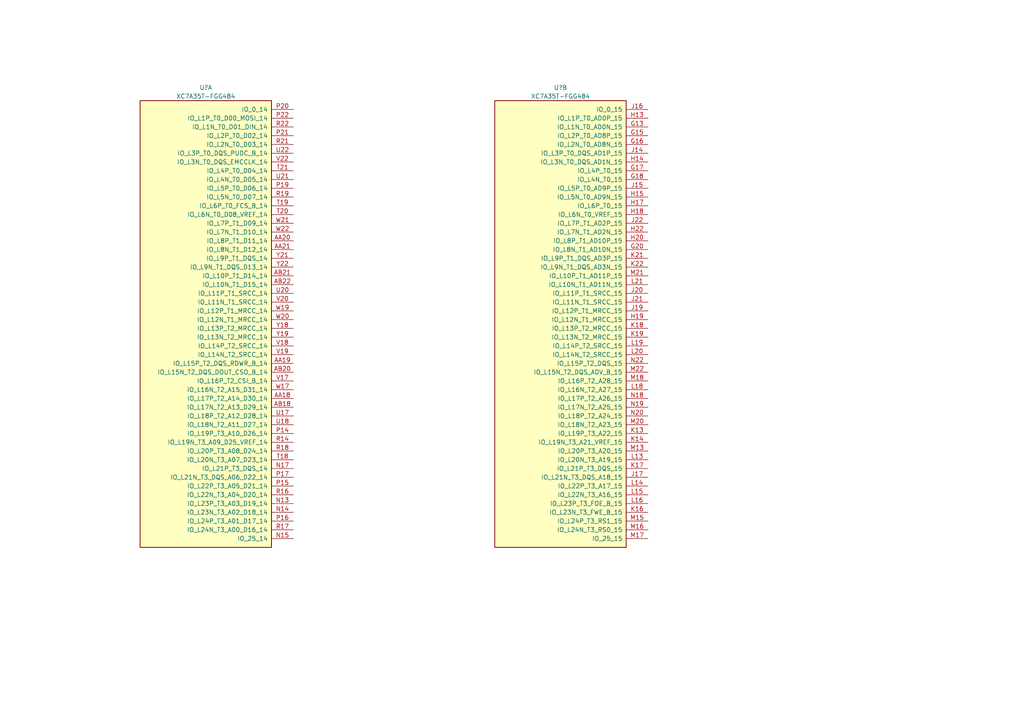
<source format=kicad_sch>
(kicad_sch (version 20250114) (generator "eeschema") (generator_version "9.0")
  (paper "A4")
  (lib_symbols
    (symbol "FPGA_Xilinx_Artix7:XC7A35T-FGG484" (pin_names (offset 1.016))
      (property "Reference" "U" (at -87.63 15.24 0))
      (property "Value" "XC7A35T-FGG484" (at -87.63 12.7 0))
      (symbol "XC7A35T-FGG484_1_1"
        (rectangle (start -19.05 64.77) (end 19.05 -64.77) (stroke (width 0.254)) (fill (type background)))
        (pin bidirectional line (at 25.4 62.23 180) (length 6.35) (name "IO_0_14") (number "P20"))
        (pin bidirectional line (at 25.4 59.69 180) (length 6.35) (name "IO_L1P_T0_D00_MOSI_14") (number "P22"))
        (pin bidirectional line (at 25.4 57.15 180) (length 6.35) (name "IO_L1N_T0_D01_DIN_14") (number "R22"))
        (pin bidirectional line (at 25.4 54.61 180) (length 6.35) (name "IO_L2P_T0_D02_14") (number "P21"))
        (pin bidirectional line (at 25.4 52.07 180) (length 6.35) (name "IO_L2N_T0_D03_14") (number "R21"))
        (pin bidirectional line (at 25.4 49.53 180) (length 6.35) (name "IO_L3P_T0_DQS_PUDC_B_14") (number "U22"))
        (pin bidirectional line (at 25.4 46.99 180) (length 6.35) (name "IO_L3N_T0_DQS_EMCCLK_14") (number "V22"))
        (pin bidirectional line (at 25.4 44.45 180) (length 6.35) (name "IO_L4P_T0_D04_14") (number "T21"))
        (pin bidirectional line (at 25.4 41.91 180) (length 6.35) (name "IO_L4N_T0_D05_14") (number "U21"))
        (pin bidirectional line (at 25.4 39.37 180) (length 6.35) (name "IO_L5P_T0_D06_14") (number "P19"))
        (pin bidirectional line (at 25.4 36.83 180) (length 6.35) (name "IO_L5N_T0_D07_14") (number "R19"))
        (pin bidirectional line (at 25.4 34.29 180) (length 6.35) (name "IO_L6P_T0_FCS_B_14") (number "T19"))
        (pin bidirectional line (at 25.4 31.75 180) (length 6.35) (name "IO_L6N_T0_D08_VREF_14") (number "T20"))
        (pin bidirectional line (at 25.4 29.21 180) (length 6.35) (name "IO_L7P_T1_D09_14") (number "W21"))
        (pin bidirectional line (at 25.4 26.67 180) (length 6.35) (name "IO_L7N_T1_D10_14") (number "W22"))
        (pin bidirectional line (at 25.4 24.13 180) (length 6.35) (name "IO_L8P_T1_D11_14") (number "AA20"))
        (pin bidirectional line (at 25.4 21.59 180) (length 6.35) (name "IO_L8N_T1_D12_14") (number "AA21"))
        (pin bidirectional line (at 25.4 19.05 180) (length 6.35) (name "IO_L9P_T1_DQS_14") (number "Y21"))
        (pin bidirectional line (at 25.4 16.51 180) (length 6.35) (name "IO_L9N_T1_DQS_D13_14") (number "Y22"))
        (pin bidirectional line (at 25.4 13.97 180) (length 6.35) (name "IO_L10P_T1_D14_14") (number "AB21"))
        (pin bidirectional line (at 25.4 11.43 180) (length 6.35) (name "IO_L10N_T1_D15_14") (number "AB22"))
        (pin bidirectional line (at 25.4 8.89 180) (length 6.35) (name "IO_L11P_T1_SRCC_14") (number "U20"))
        (pin bidirectional line (at 25.4 6.35 180) (length 6.35) (name "IO_L11N_T1_SRCC_14") (number "V20"))
        (pin bidirectional line (at 25.4 3.81 180) (length 6.35) (name "IO_L12P_T1_MRCC_14") (number "W19"))
        (pin bidirectional line (at 25.4 1.27 180) (length 6.35) (name "IO_L12N_T1_MRCC_14") (number "W20"))
        (pin bidirectional line (at 25.4 -1.27 180) (length 6.35) (name "IO_L13P_T2_MRCC_14") (number "Y18"))
        (pin bidirectional line (at 25.4 -3.81 180) (length 6.35) (name "IO_L13N_T2_MRCC_14") (number "Y19"))
        (pin bidirectional line (at 25.4 -6.35 180) (length 6.35) (name "IO_L14P_T2_SRCC_14") (number "V18"))
        (pin bidirectional line (at 25.4 -8.89 180) (length 6.35) (name "IO_L14N_T2_SRCC_14") (number "V19"))
        (pin bidirectional line (at 25.4 -11.43 180) (length 6.35) (name "IO_L15P_T2_DQS_RDWR_B_14") (number "AA19"))
        (pin bidirectional line (at 25.4 -13.97 180) (length 6.35) (name "IO_L15N_T2_DQS_DOUT_CSO_B_14") (number "AB20"))
        (pin bidirectional line (at 25.4 -16.51 180) (length 6.35) (name "IO_L16P_T2_CSI_B_14") (number "V17"))
        (pin bidirectional line (at 25.4 -19.05 180) (length 6.35) (name "IO_L16N_T2_A15_D31_14") (number "W17"))
        (pin bidirectional line (at 25.4 -21.59 180) (length 6.35) (name "IO_L17P_T2_A14_D30_14") (number "AA18"))
        (pin bidirectional line (at 25.4 -24.13 180) (length 6.35) (name "IO_L17N_T2_A13_D29_14") (number "AB18"))
        (pin bidirectional line (at 25.4 -26.67 180) (length 6.35) (name "IO_L18P_T2_A12_D28_14") (number "U17"))
        (pin bidirectional line (at 25.4 -29.21 180) (length 6.35) (name "IO_L18N_T2_A11_D27_14") (number "U18"))
        (pin bidirectional line (at 25.4 -31.75 180) (length 6.35) (name "IO_L19P_T3_A10_D26_14") (number "P14"))
        (pin bidirectional line (at 25.4 -34.29 180) (length 6.35) (name "IO_L19N_T3_A09_D25_VREF_14") (number "R14"))
        (pin bidirectional line (at 25.4 -36.83 180) (length 6.35) (name "IO_L20P_T3_A08_D24_14") (number "R18"))
        (pin bidirectional line (at 25.4 -39.37 180) (length 6.35) (name "IO_L20N_T3_A07_D23_14") (number "T18"))
        (pin bidirectional line (at 25.4 -41.91 180) (length 6.35) (name "IO_L21P_T3_DQS_14") (number "N17"))
        (pin bidirectional line (at 25.4 -44.45 180) (length 6.35) (name "IO_L21N_T3_DQS_A06_D22_14") (number "P17"))
        (pin bidirectional line (at 25.4 -46.99 180) (length 6.35) (name "IO_L22P_T3_A05_D21_14") (number "P15"))
        (pin bidirectional line (at 25.4 -49.53 180) (length 6.35) (name "IO_L22N_T3_A04_D20_14") (number "R16"))
        (pin bidirectional line (at 25.4 -52.07 180) (length 6.35) (name "IO_L23P_T3_A03_D19_14") (number "N13"))
        (pin bidirectional line (at 25.4 -54.61 180) (length 6.35) (name "IO_L23N_T3_A02_D18_14") (number "N14"))
        (pin bidirectional line (at 25.4 -57.15 180) (length 6.35) (name "IO_L24P_T3_A01_D17_14") (number "P16"))
        (pin bidirectional line (at 25.4 -59.69 180) (length 6.35) (name "IO_L24N_T3_A00_D16_14") (number "R17"))
        (pin bidirectional line (at 25.4 -62.23 180) (length 6.35) (name "IO_25_14") (number "N15"))
      )
      (symbol "XC7A35T-FGG484_2_1"
        (rectangle (start -19.05 64.77) (end 19.05 -64.77) (stroke (width 0.254)) (fill (type background)))
        (pin bidirectional line (at 25.4 62.23 180) (length 6.35) (name "IO_0_15") (number "J16"))
        (pin bidirectional line (at 25.4 59.69 180) (length 6.35) (name "IO_L1P_T0_AD0P_15") (number "H13"))
        (pin bidirectional line (at 25.4 57.15 180) (length 6.35) (name "IO_L1N_T0_AD0N_15") (number "G13"))
        (pin bidirectional line (at 25.4 54.61 180) (length 6.35) (name "IO_L2P_T0_AD8P_15") (number "G15"))
        (pin bidirectional line (at 25.4 52.07 180) (length 6.35) (name "IO_L2N_T0_AD8N_15") (number "G16"))
        (pin bidirectional line (at 25.4 49.53 180) (length 6.35) (name "IO_L3P_T0_DQS_AD1P_15") (number "J14"))
        (pin bidirectional line (at 25.4 46.99 180) (length 6.35) (name "IO_L3N_T0_DQS_AD1N_15") (number "H14"))
        (pin bidirectional line (at 25.4 44.45 180) (length 6.35) (name "IO_L4P_T0_15") (number "G17"))
        (pin bidirectional line (at 25.4 41.91 180) (length 6.35) (name "IO_L4N_T0_15") (number "G18"))
        (pin bidirectional line (at 25.4 39.37 180) (length 6.35) (name "IO_L5P_T0_AD9P_15") (number "J15"))
        (pin bidirectional line (at 25.4 36.83 180) (length 6.35) (name "IO_L5N_T0_AD9N_15") (number "H15"))
        (pin bidirectional line (at 25.4 34.29 180) (length 6.35) (name "IO_L6P_T0_15") (number "H17"))
        (pin bidirectional line (at 25.4 31.75 180) (length 6.35) (name "IO_L6N_T0_VREF_15") (number "H18"))
        (pin bidirectional line (at 25.4 29.21 180) (length 6.35) (name "IO_L7P_T1_AD2P_15") (number "J22"))
        (pin bidirectional line (at 25.4 26.67 180) (length 6.35) (name "IO_L7N_T1_AD2N_15") (number "H22"))
        (pin bidirectional line (at 25.4 24.13 180) (length 6.35) (name "IO_L8P_T1_AD10P_15") (number "H20"))
        (pin bidirectional line (at 25.4 21.59 180) (length 6.35) (name "IO_L8N_T1_AD10N_15") (number "G20"))
        (pin bidirectional line (at 25.4 19.05 180) (length 6.35) (name "IO_L9P_T1_DQS_AD3P_15") (number "K21"))
        (pin bidirectional line (at 25.4 16.51 180) (length 6.35) (name "IO_L9N_T1_DQS_AD3N_15") (number "K22"))
        (pin bidirectional line (at 25.4 13.97 180) (length 6.35) (name "IO_L10P_T1_AD11P_15") (number "M21"))
        (pin bidirectional line (at 25.4 11.43 180) (length 6.35) (name "IO_L10N_T1_AD11N_15") (number "L21"))
        (pin bidirectional line (at 25.4 8.89 180) (length 6.35) (name "IO_L11P_T1_SRCC_15") (number "J20"))
        (pin bidirectional line (at 25.4 6.35 180) (length 6.35) (name "IO_L11N_T1_SRCC_15") (number "J21"))
        (pin bidirectional line (at 25.4 3.81 180) (length 6.35) (name "IO_L12P_T1_MRCC_15") (number "J19"))
        (pin bidirectional line (at 25.4 1.27 180) (length 6.35) (name "IO_L12N_T1_MRCC_15") (number "H19"))
        (pin bidirectional line (at 25.4 -1.27 180) (length 6.35) (name "IO_L13P_T2_MRCC_15") (number "K18"))
        (pin bidirectional line (at 25.4 -3.81 180) (length 6.35) (name "IO_L13N_T2_MRCC_15") (number "K19"))
        (pin bidirectional line (at 25.4 -6.35 180) (length 6.35) (name "IO_L14P_T2_SRCC_15") (number "L19"))
        (pin bidirectional line (at 25.4 -8.89 180) (length 6.35) (name "IO_L14N_T2_SRCC_15") (number "L20"))
        (pin bidirectional line (at 25.4 -11.43 180) (length 6.35) (name "IO_L15P_T2_DQS_15") (number "N22"))
        (pin bidirectional line (at 25.4 -13.97 180) (length 6.35) (name "IO_L15N_T2_DQS_ADV_B_15") (number "M22"))
        (pin bidirectional line (at 25.4 -16.51 180) (length 6.35) (name "IO_L16P_T2_A28_15") (number "M18"))
        (pin bidirectional line (at 25.4 -19.05 180) (length 6.35) (name "IO_L16N_T2_A27_15") (number "L18"))
        (pin bidirectional line (at 25.4 -21.59 180) (length 6.35) (name "IO_L17P_T2_A26_15") (number "N18"))
        (pin bidirectional line (at 25.4 -24.13 180) (length 6.35) (name "IO_L17N_T2_A25_15") (number "N19"))
        (pin bidirectional line (at 25.4 -26.67 180) (length 6.35) (name "IO_L18P_T2_A24_15") (number "N20"))
        (pin bidirectional line (at 25.4 -29.21 180) (length 6.35) (name "IO_L18N_T2_A23_15") (number "M20"))
        (pin bidirectional line (at 25.4 -31.75 180) (length 6.35) (name "IO_L19P_T3_A22_15") (number "K13"))
        (pin bidirectional line (at 25.4 -34.29 180) (length 6.35) (name "IO_L19N_T3_A21_VREF_15") (number "K14"))
        (pin bidirectional line (at 25.4 -36.83 180) (length 6.35) (name "IO_L20P_T3_A20_15") (number "M13"))
        (pin bidirectional line (at 25.4 -39.37 180) (length 6.35) (name "IO_L20N_T3_A19_15") (number "L13"))
        (pin bidirectional line (at 25.4 -41.91 180) (length 6.35) (name "IO_L21P_T3_DQS_15") (number "K17"))
        (pin bidirectional line (at 25.4 -44.45 180) (length 6.35) (name "IO_L21N_T3_DQS_A18_15") (number "J17"))
        (pin bidirectional line (at 25.4 -46.99 180) (length 6.35) (name "IO_L22P_T3_A17_15") (number "L14"))
        (pin bidirectional line (at 25.4 -49.53 180) (length 6.35) (name "IO_L22N_T3_A16_15") (number "L15"))
        (pin bidirectional line (at 25.4 -52.07 180) (length 6.35) (name "IO_L23P_T3_FOE_B_15") (number "L16"))
        (pin bidirectional line (at 25.4 -54.61 180) (length 6.35) (name "IO_L23N_T3_FWE_B_15") (number "K16"))
        (pin bidirectional line (at 25.4 -57.15 180) (length 6.35) (name "IO_L24P_T3_RS1_15") (number "M15"))
        (pin bidirectional line (at 25.4 -59.69 180) (length 6.35) (name "IO_L24N_T3_RS0_15") (number "M16"))
        (pin bidirectional line (at 25.4 -62.23 180) (length 6.35) (name "IO_25_15") (number "M17"))
      )
      (symbol "XC7A35T-FGG484_3_1"
        (rectangle (start -19.05 64.77) (end 19.05 -64.77) (stroke (width 0.254)) (fill (type background)))
        (pin bidirectional line (at 25.4 62.23 180) (length 6.35) (name "IO_0_16") (number "F15"))
        (pin bidirectional line (at 25.4 59.69 180) (length 6.35) (name "IO_L1P_T0_16") (number "F13"))
        (pin bidirectional line (at 25.4 57.15 180) (length 6.35) (name "IO_L1N_T0_16") (number "F14"))
        (pin bidirectional line (at 25.4 54.61 180) (length 6.35) (name "IO_L2P_T0_16") (number "F16"))
        (pin bidirectional line (at 25.4 52.07 180) (length 6.35) (name "IO_L2N_T0_16") (number "E17"))
        (pin bidirectional line (at 25.4 49.53 180) (length 6.35) (name "IO_L3P_T0_DQS_16") (number "C14"))
        (pin bidirectional line (at 25.4 46.99 180) (length 6.35) (name "IO_L3N_T0_DQS_16") (number "C15"))
        (pin bidirectional line (at 25.4 44.45 180) (length 6.35) (name "IO_L4P_T0_16") (number "E13"))
        (pin bidirectional line (at 25.4 41.91 180) (length 6.35) (name "IO_L4N_T0_16") (number "E14"))
        (pin bidirectional line (at 25.4 39.37 180) (length 6.35) (name "IO_L5P_T0_16") (number "E16"))
        (pin bidirectional line (at 25.4 36.83 180) (length 6.35) (name "IO_L5N_T0_16") (number "D16"))
        (pin bidirectional line (at 25.4 34.29 180) (length 6.35) (name "IO_L6P_T0_16") (number "D14"))
        (pin bidirectional line (at 25.4 31.75 180) (length 6.35) (name "IO_L6N_T0_VREF_16") (number "D15"))
        (pin bidirectional line (at 25.4 29.21 180) (length 6.35) (name "IO_L7P_T1_16") (number "B15"))
        (pin bidirectional line (at 25.4 26.67 180) (length 6.35) (name "IO_L7N_T1_16") (number "B16"))
        (pin bidirectional line (at 25.4 24.13 180) (length 6.35) (name "IO_L8P_T1_16") (number "C13"))
        (pin bidirectional line (at 25.4 21.59 180) (length 6.35) (name "IO_L8N_T1_16") (number "B13"))
        (pin bidirectional line (at 25.4 19.05 180) (length 6.35) (name "IO_L9P_T1_DQS_16") (number "A15"))
        (pin bidirectional line (at 25.4 16.51 180) (length 6.35) (name "IO_L9N_T1_DQS_16") (number "A16"))
        (pin bidirectional line (at 25.4 13.97 180) (length 6.35) (name "IO_L10P_T1_16") (number "A13"))
        (pin bidirectional line (at 25.4 11.43 180) (length 6.35) (name "IO_L10N_T1_16") (number "A14"))
        (pin bidirectional line (at 25.4 8.89 180) (length 6.35) (name "IO_L11P_T1_SRCC_16") (number "B17"))
        (pin bidirectional line (at 25.4 6.35 180) (length 6.35) (name "IO_L11N_T1_SRCC_16") (number "B18"))
        (pin bidirectional line (at 25.4 3.81 180) (length 6.35) (name "IO_L12P_T1_MRCC_16") (number "D17"))
        (pin bidirectional line (at 25.4 1.27 180) (length 6.35) (name "IO_L12N_T1_MRCC_16") (number "C17"))
        (pin bidirectional line (at 25.4 -1.27 180) (length 6.35) (name "IO_L13P_T2_MRCC_16") (number "C18"))
        (pin bidirectional line (at 25.4 -3.81 180) (length 6.35) (name "IO_L13N_T2_MRCC_16") (number "C19"))
        (pin bidirectional line (at 25.4 -6.35 180) (length 6.35) (name "IO_L14P_T2_SRCC_16") (number "E19"))
        (pin bidirectional line (at 25.4 -8.89 180) (length 6.35) (name "IO_L14N_T2_SRCC_16") (number "D19"))
        (pin bidirectional line (at 25.4 -11.43 180) (length 6.35) (name "IO_L15P_T2_DQS_16") (number "F18"))
        (pin bidirectional line (at 25.4 -13.97 180) (length 6.35) (name "IO_L15N_T2_DQS_16") (number "E18"))
        (pin bidirectional line (at 25.4 -16.51 180) (length 6.35) (name "IO_L16P_T2_16") (number "B20"))
        (pin bidirectional line (at 25.4 -19.05 180) (length 6.35) (name "IO_L16N_T2_16") (number "A20"))
        (pin bidirectional line (at 25.4 -21.59 180) (length 6.35) (name "IO_L17P_T2_16") (number "A18"))
        (pin bidirectional line (at 25.4 -24.13 180) (length 6.35) (name "IO_L17N_T2_16") (number "A19"))
        (pin bidirectional line (at 25.4 -26.67 180) (length 6.35) (name "IO_L18P_T2_16") (number "F19"))
        (pin bidirectional line (at 25.4 -29.21 180) (length 6.35) (name "IO_L18N_T2_16") (number "F20"))
        (pin bidirectional line (at 25.4 -31.75 180) (length 6.35) (name "IO_L19P_T3_16") (number "D20"))
        (pin bidirectional line (at 25.4 -34.29 180) (length 6.35) (name "IO_L19N_T3_VREF_16") (number "C20"))
        (pin bidirectional line (at 25.4 -36.83 180) (length 6.35) (name "IO_L20P_T3_16") (number "C22"))
        (pin bidirectional line (at 25.4 -39.37 180) (length 6.35) (name "IO_L20N_T3_16") (number "B22"))
        (pin bidirectional line (at 25.4 -41.91 180) (length 6.35) (name "IO_L21P_T3_DQS_16") (number "B21"))
        (pin bidirectional line (at 25.4 -44.45 180) (length 6.35) (name "IO_L21N_T3_DQS_16") (number "A21"))
        (pin bidirectional line (at 25.4 -46.99 180) (length 6.35) (name "IO_L22P_T3_16") (number "E22"))
        (pin bidirectional line (at 25.4 -49.53 180) (length 6.35) (name "IO_L22N_T3_16") (number "D22"))
        (pin bidirectional line (at 25.4 -52.07 180) (length 6.35) (name "IO_L23P_T3_16") (number "E21"))
        (pin bidirectional line (at 25.4 -54.61 180) (length 6.35) (name "IO_L23N_T3_16") (number "D21"))
        (pin bidirectional line (at 25.4 -57.15 180) (length 6.35) (name "IO_L24P_T3_16") (number "G21"))
        (pin bidirectional line (at 25.4 -59.69 180) (length 6.35) (name "IO_L24N_T3_16") (number "G22"))
        (pin bidirectional line (at 25.4 -62.23 180) (length 6.35) (name "IO_25_16") (number "F21"))
      )
      (symbol "XC7A35T-FGG484_4_1"
        (rectangle (start -19.05 64.77) (end 19.05 -64.77) (stroke (width 0.254)) (fill (type background)))
        (pin bidirectional line (at 25.4 62.23 180) (length 6.35) (name "IO_0_34") (number "T3"))
        (pin bidirectional line (at 25.4 59.69 180) (length 6.35) (name "IO_L1P_T0_34") (number "T1"))
        (pin bidirectional line (at 25.4 57.15 180) (length 6.35) (name "IO_L1N_T0_34") (number "U1"))
        (pin bidirectional line (at 25.4 54.61 180) (length 6.35) (name "IO_L2P_T0_34") (number "U2"))
        (pin bidirectional line (at 25.4 52.07 180) (length 6.35) (name "IO_L2N_T0_34") (number "V2"))
        (pin bidirectional line (at 25.4 49.53 180) (length 6.35) (name "IO_L3P_T0_DQS_34") (number "R3"))
        (pin bidirectional line (at 25.4 46.99 180) (length 6.35) (name "IO_L3N_T0_DQS_34") (number "R2"))
        (pin bidirectional line (at 25.4 44.45 180) (length 6.35) (name "IO_L4P_T0_34") (number "W2"))
        (pin bidirectional line (at 25.4 41.91 180) (length 6.35) (name "IO_L4N_T0_34") (number "Y2"))
        (pin bidirectional line (at 25.4 39.37 180) (length 6.35) (name "IO_L5P_T0_34") (number "W1"))
        (pin bidirectional line (at 25.4 36.83 180) (length 6.35) (name "IO_L5N_T0_34") (number "Y1"))
        (pin bidirectional line (at 25.4 34.29 180) (length 6.35) (name "IO_L6P_T0_34") (number "U3"))
        (pin bidirectional line (at 25.4 31.75 180) (length 6.35) (name "IO_L6N_T0_VREF_34") (number "V3"))
        (pin bidirectional line (at 25.4 29.21 180) (length 6.35) (name "IO_L7P_T1_34") (number "AA1"))
        (pin bidirectional line (at 25.4 26.67 180) (length 6.35) (name "IO_L7N_T1_34") (number "AB1"))
        (pin bidirectional line (at 25.4 24.13 180) (length 6.35) (name "IO_L8P_T1_34") (number "AB3"))
        (pin bidirectional line (at 25.4 21.59 180) (length 6.35) (name "IO_L8N_T1_34") (number "AB2"))
        (pin bidirectional line (at 25.4 19.05 180) (length 6.35) (name "IO_L9P_T1_DQS_34") (number "Y3"))
        (pin bidirectional line (at 25.4 16.51 180) (length 6.35) (name "IO_L9N_T1_DQS_34") (number "AA3"))
        (pin bidirectional line (at 25.4 13.97 180) (length 6.35) (name "IO_L10P_T1_34") (number "AA5"))
        (pin bidirectional line (at 25.4 11.43 180) (length 6.35) (name "IO_L10N_T1_34") (number "AB5"))
        (pin bidirectional line (at 25.4 8.89 180) (length 6.35) (name "IO_L11P_T1_SRCC_34") (number "Y4"))
        (pin bidirectional line (at 25.4 6.35 180) (length 6.35) (name "IO_L11N_T1_SRCC_34") (number "AA4"))
        (pin bidirectional line (at 25.4 3.81 180) (length 6.35) (name "IO_L12P_T1_MRCC_34") (number "V4"))
        (pin bidirectional line (at 25.4 1.27 180) (length 6.35) (name "IO_L12N_T1_MRCC_34") (number "W4"))
        (pin bidirectional line (at 25.4 -1.27 180) (length 6.35) (name "IO_L13P_T2_MRCC_34") (number "R4"))
        (pin bidirectional line (at 25.4 -3.81 180) (length 6.35) (name "IO_L13N_T2_MRCC_34") (number "T4"))
        (pin bidirectional line (at 25.4 -6.35 180) (length 6.35) (name "IO_L14P_T2_SRCC_34") (number "T5"))
        (pin bidirectional line (at 25.4 -8.89 180) (length 6.35) (name "IO_L14N_T2_SRCC_34") (number "U5"))
        (pin bidirectional line (at 25.4 -11.43 180) (length 6.35) (name "IO_L15P_T2_DQS_34") (number "W6"))
        (pin bidirectional line (at 25.4 -13.97 180) (length 6.35) (name "IO_L15N_T2_DQS_34") (number "W5"))
        (pin bidirectional line (at 25.4 -16.51 180) (length 6.35) (name "IO_L16P_T2_34") (number "U6"))
        (pin bidirectional line (at 25.4 -19.05 180) (length 6.35) (name "IO_L16N_T2_34") (number "V5"))
        (pin bidirectional line (at 25.4 -21.59 180) (length 6.35) (name "IO_L17P_T2_34") (number "R6"))
        (pin bidirectional line (at 25.4 -24.13 180) (length 6.35) (name "IO_L17N_T2_34") (number "T6"))
        (pin bidirectional line (at 25.4 -26.67 180) (length 6.35) (name "IO_L18P_T2_34") (number "Y6"))
        (pin bidirectional line (at 25.4 -29.21 180) (length 6.35) (name "IO_L18N_T2_34") (number "AA6"))
        (pin bidirectional line (at 25.4 -31.75 180) (length 6.35) (name "IO_L19P_T3_34") (number "V7"))
        (pin bidirectional line (at 25.4 -34.29 180) (length 6.35) (name "IO_L19N_T3_VREF_34") (number "W7"))
        (pin bidirectional line (at 25.4 -36.83 180) (length 6.35) (name "IO_L20P_T3_34") (number "AB7"))
        (pin bidirectional line (at 25.4 -39.37 180) (length 6.35) (name "IO_L20N_T3_34") (number "AB6"))
        (pin bidirectional line (at 25.4 -41.91 180) (length 6.35) (name "IO_L21P_T3_DQS_34") (number "V9"))
        (pin bidirectional line (at 25.4 -44.45 180) (length 6.35) (name "IO_L21N_T3_DQS_34") (number "V8"))
        (pin bidirectional line (at 25.4 -46.99 180) (length 6.35) (name "IO_L22P_T3_34") (number "AA8"))
        (pin bidirectional line (at 25.4 -49.53 180) (length 6.35) (name "IO_L22N_T3_34") (number "AB8"))
        (pin bidirectional line (at 25.4 -52.07 180) (length 6.35) (name "IO_L23P_T3_34") (number "Y8"))
        (pin bidirectional line (at 25.4 -54.61 180) (length 6.35) (name "IO_L23N_T3_34") (number "Y7"))
        (pin bidirectional line (at 25.4 -57.15 180) (length 6.35) (name "IO_L24P_T3_34") (number "W9"))
        (pin bidirectional line (at 25.4 -59.69 180) (length 6.35) (name "IO_L24N_T3_34") (number "Y9"))
        (pin bidirectional line (at 25.4 -62.23 180) (length 6.35) (name "IO_25_34") (number "U7"))
      )
      (symbol "XC7A35T-FGG484_5_1"
        (rectangle (start -19.05 64.77) (end 19.05 -64.77) (stroke (width 0.254)) (fill (type background)))
        (pin bidirectional line (at 25.4 62.23 180) (length 6.35) (name "IO_0_35") (number "F4"))
        (pin bidirectional line (at 25.4 59.69 180) (length 6.35) (name "IO_L1P_T0_AD4P_35") (number "B1"))
        (pin bidirectional line (at 25.4 57.15 180) (length 6.35) (name "IO_L1N_T0_AD4N_35") (number "A1"))
        (pin bidirectional line (at 25.4 54.61 180) (length 6.35) (name "IO_L2P_T0_AD12P_35") (number "C2"))
        (pin bidirectional line (at 25.4 52.07 180) (length 6.35) (name "IO_L2N_T0_AD12N_35") (number "B2"))
        (pin bidirectional line (at 25.4 49.53 180) (length 6.35) (name "IO_L3P_T0_DQS_AD5P_35") (number "E1"))
        (pin bidirectional line (at 25.4 46.99 180) (length 6.35) (name "IO_L3N_T0_DQS_AD5N_35") (number "D1"))
        (pin bidirectional line (at 25.4 44.45 180) (length 6.35) (name "IO_L4P_T0_35") (number "E2"))
        (pin bidirectional line (at 25.4 41.91 180) (length 6.35) (name "IO_L4N_T0_35") (number "D2"))
        (pin bidirectional line (at 25.4 39.37 180) (length 6.35) (name "IO_L5P_T0_AD13P_35") (number "G1"))
        (pin bidirectional line (at 25.4 36.83 180) (length 6.35) (name "IO_L5N_T0_AD13N_35") (number "F1"))
        (pin bidirectional line (at 25.4 34.29 180) (length 6.35) (name "IO_L6P_T0_35") (number "F3"))
        (pin bidirectional line (at 25.4 31.75 180) (length 6.35) (name "IO_L6N_T0_VREF_35") (number "E3"))
        (pin bidirectional line (at 25.4 29.21 180) (length 6.35) (name "IO_L7P_T1_AD6P_35") (number "K1"))
        (pin bidirectional line (at 25.4 26.67 180) (length 6.35) (name "IO_L7N_T1_AD6N_35") (number "J1"))
        (pin bidirectional line (at 25.4 24.13 180) (length 6.35) (name "IO_L8P_T1_AD14P_35") (number "H2"))
        (pin bidirectional line (at 25.4 21.59 180) (length 6.35) (name "IO_L8N_T1_AD14N_35") (number "G2"))
        (pin bidirectional line (at 25.4 19.05 180) (length 6.35) (name "IO_L9P_T1_DQS_AD7P_35") (number "K2"))
        (pin bidirectional line (at 25.4 16.51 180) (length 6.35) (name "IO_L9N_T1_DQS_AD7N_35") (number "J2"))
        (pin bidirectional line (at 25.4 13.97 180) (length 6.35) (name "IO_L10P_T1_AD15P_35") (number "J5"))
        (pin bidirectional line (at 25.4 11.43 180) (length 6.35) (name "IO_L10N_T1_AD15N_35") (number "H5"))
        (pin bidirectional line (at 25.4 8.89 180) (length 6.35) (name "IO_L11P_T1_SRCC_35") (number "H3"))
        (pin bidirectional line (at 25.4 6.35 180) (length 6.35) (name "IO_L11N_T1_SRCC_35") (number "G3"))
        (pin bidirectional line (at 25.4 3.81 180) (length 6.35) (name "IO_L12P_T1_MRCC_35") (number "H4"))
        (pin bidirectional line (at 25.4 1.27 180) (length 6.35) (name "IO_L12N_T1_MRCC_35") (number "G4"))
        (pin bidirectional line (at 25.4 -1.27 180) (length 6.35) (name "IO_L13P_T2_MRCC_35") (number "K4"))
        (pin bidirectional line (at 25.4 -3.81 180) (length 6.35) (name "IO_L13N_T2_MRCC_35") (number "J4"))
        (pin bidirectional line (at 25.4 -6.35 180) (length 6.35) (name "IO_L14P_T2_SRCC_35") (number "L3"))
        (pin bidirectional line (at 25.4 -8.89 180) (length 6.35) (name "IO_L14N_T2_SRCC_35") (number "K3"))
        (pin bidirectional line (at 25.4 -11.43 180) (length 6.35) (name "IO_L15P_T2_DQS_35") (number "M1"))
        (pin bidirectional line (at 25.4 -13.97 180) (length 6.35) (name "IO_L15N_T2_DQS_35") (number "L1"))
        (pin bidirectional line (at 25.4 -16.51 180) (length 6.35) (name "IO_L16P_T2_35") (number "M3"))
        (pin bidirectional line (at 25.4 -19.05 180) (length 6.35) (name "IO_L16N_T2_35") (number "M2"))
        (pin bidirectional line (at 25.4 -21.59 180) (length 6.35) (name "IO_L17P_T2_35") (number "K6"))
        (pin bidirectional line (at 25.4 -24.13 180) (length 6.35) (name "IO_L17N_T2_35") (number "J6"))
        (pin bidirectional line (at 25.4 -26.67 180) (length 6.35) (name "IO_L18P_T2_35") (number "L5"))
        (pin bidirectional line (at 25.4 -29.21 180) (length 6.35) (name "IO_L18N_T2_35") (number "L4"))
        (pin bidirectional line (at 25.4 -31.75 180) (length 6.35) (name "IO_L19P_T3_35") (number "N4"))
        (pin bidirectional line (at 25.4 -34.29 180) (length 6.35) (name "IO_L19N_T3_VREF_35") (number "N3"))
        (pin bidirectional line (at 25.4 -36.83 180) (length 6.35) (name "IO_L20P_T3_35") (number "R1"))
        (pin bidirectional line (at 25.4 -39.37 180) (length 6.35) (name "IO_L20N_T3_35") (number "P1"))
        (pin bidirectional line (at 25.4 -41.91 180) (length 6.35) (name "IO_L21P_T3_DQS_35") (number "P5"))
        (pin bidirectional line (at 25.4 -44.45 180) (length 6.35) (name "IO_L21N_T3_DQS_35") (number "P4"))
        (pin bidirectional line (at 25.4 -46.99 180) (length 6.35) (name "IO_L22P_T3_35") (number "P2"))
        (pin bidirectional line (at 25.4 -49.53 180) (length 6.35) (name "IO_L22N_T3_35") (number "N2"))
        (pin bidirectional line (at 25.4 -52.07 180) (length 6.35) (name "IO_L23P_T3_35") (number "M6"))
        (pin bidirectional line (at 25.4 -54.61 180) (length 6.35) (name "IO_L23N_T3_35") (number "M5"))
        (pin bidirectional line (at 25.4 -57.15 180) (length 6.35) (name "IO_L24P_T3_35") (number "P6"))
        (pin bidirectional line (at 25.4 -59.69 180) (length 6.35) (name "IO_L24N_T3_35") (number "N5"))
        (pin bidirectional line (at 25.4 -62.23 180) (length 6.35) (name "IO_25_35") (number "L6"))
      )
      (symbol "XC7A35T-FGG484_6_1"
        (rectangle (start -12.7 29.21) (end 12.7 -29.21) (stroke (width 0.254)) (fill (type background)))
        (pin bidirectional line (at 19.05 26.67 180) (length 6.35) (name "MGTPTXP0_216") (number "B4"))
        (pin bidirectional line (at 19.05 24.13 180) (length 6.35) (name "MGTPTXN0_216") (number "A4"))
        (pin bidirectional line (at 19.05 21.59 180) (length 6.35) (name "MGTPTXP1_216") (number "D5"))
        (pin bidirectional line (at 19.05 19.05 180) (length 6.35) (name "MGTPTXN1_216") (number "C5"))
        (pin bidirectional line (at 19.05 16.51 180) (length 6.35) (name "MGTPTXP2_216") (number "B6"))
        (pin bidirectional line (at 19.05 13.97 180) (length 6.35) (name "MGTPTXN2_216") (number "A6"))
        (pin bidirectional line (at 19.05 11.43 180) (length 6.35) (name "MGTPTXP3_216") (number "D7"))
        (pin bidirectional line (at 19.05 8.89 180) (length 6.35) (name "MGTPTXN3_216") (number "C7"))
        (pin bidirectional line (at 19.05 3.81 180) (length 6.35) (name "MGTPRXP0_216") (number "B8"))
        (pin bidirectional line (at 19.05 1.27 180) (length 6.35) (name "MGTPRXN0_216") (number "A8"))
        (pin bidirectional line (at 19.05 -1.27 180) (length 6.35) (name "MGTPRXP1_216") (number "D11"))
        (pin bidirectional line (at 19.05 -3.81 180) (length 6.35) (name "MGTPRXN1_216") (number "C11"))
        (pin bidirectional line (at 19.05 -6.35 180) (length 6.35) (name "MGTPRXP2_216") (number "B10"))
        (pin bidirectional line (at 19.05 -8.89 180) (length 6.35) (name "MGTPRXN2_216") (number "A10"))
        (pin bidirectional line (at 19.05 -11.43 180) (length 6.35) (name "MGTPRXP3_216") (number "D9"))
        (pin bidirectional line (at 19.05 -13.97 180) (length 6.35) (name "MGTPRXN3_216") (number "C9"))
        (pin bidirectional line (at 19.05 -19.05 180) (length 6.35) (name "MGTREFCLK0P_216") (number "F6"))
        (pin bidirectional line (at 19.05 -21.59 180) (length 6.35) (name "MGTREFCLK0N_216") (number "E6"))
        (pin bidirectional line (at 19.05 -24.13 180) (length 6.35) (name "MGTREFCLK1P_216") (number "F10"))
        (pin bidirectional line (at 19.05 -26.67 180) (length 6.35) (name "MGTREFCLK1N_216") (number "E10"))
      )
      (symbol "XC7A35T-FGG484_7_1"
        (rectangle (start -13.97 11.43) (end 13.97 -11.43) (stroke (width 0.254)) (fill (type background)))
        (pin power_in line (at -20.32 8.89 0) (length 6.35) (name "MGTAVCC") (number "D6"))
        (pin power_in line (at -20.32 6.35 0) (length 6.35) (name "MGTAVCC") (number "D10"))
        (pin power_in line (at -20.32 3.81 0) (length 6.35) (name "MGTAVCC") (number "F7"))
        (pin power_in line (at -20.32 1.27 0) (length 6.35) (name "MGTAVCC") (number "F9"))
        (pin power_in line (at -20.32 -1.27 0) (length 6.35) (name "MGTAVCC") (number "E8"))
        (pin power_in line (at 20.32 8.89 180) (length 6.35) (name "MGTAVTT") (number "B5"))
        (pin power_in line (at 20.32 6.35 180) (length 6.35) (name "MGTAVTT") (number "B7"))
        (pin power_in line (at 20.32 3.81 180) (length 6.35) (name "MGTAVTT") (number "B9"))
        (pin power_in line (at 20.32 1.27 180) (length 6.35) (name "MGTAVTT") (number "B11"))
        (pin power_in line (at 20.32 -1.27 180) (length 6.35) (name "MGTAVTT") (number "C4"))
        (pin power_in line (at 20.32 -3.81 180) (length 6.35) (name "MGTAVTT") (number "C8"))
        (pin power_in line (at 20.32 -8.89 180) (length 6.35) (name "MGTRREF_216") (number "F8"))
      )
      (symbol "XC7A35T-FGG484_8_1"
        (rectangle (start -10.16 31.75) (end 10.16 -31.75) (stroke (width 0.254)) (fill (type background)))
        (pin bidirectional line (at 16.51 29.21 180) (length 6.35) (name "TDI_0") (number "R13"))
        (pin bidirectional line (at 16.51 26.67 180) (length 6.35) (name "TDO_0") (number "U13"))
        (pin bidirectional line (at 16.51 24.13 180) (length 6.35) (name "TMS_0") (number "T13"))
        (pin bidirectional line (at 16.51 21.59 180) (length 6.35) (name "TCK_0") (number "V12"))
        (pin bidirectional line (at 16.51 16.51 180) (length 6.35) (name "CCLK_0") (number "L12"))
        (pin bidirectional line (at 16.51 13.97 180) (length 6.35) (name "M0_0") (number "U11"))
        (pin bidirectional line (at 16.51 11.43 180) (length 6.35) (name "M1_0") (number "U10"))
        (pin bidirectional line (at 16.51 8.89 180) (length 6.35) (name "M2_0") (number "U9"))
        (pin bidirectional line (at 16.51 3.81 180) (length 6.35) (name "DONE_0") (number "G11"))
        (pin bidirectional line (at 16.51 1.27 180) (length 6.35) (name "INIT_B_0") (number "U12"))
        (pin bidirectional line (at 16.51 -1.27 180) (length 6.35) (name "PROGRAM_B_0") (number "N12"))
        (pin bidirectional line (at 16.51 -6.35 180) (length 6.35) (name "CFGBVS_0") (number "U8"))
        (pin bidirectional line (at 16.51 -11.43 180) (length 6.35) (name "VP_0") (number "L10"))
        (pin bidirectional line (at 16.51 -13.97 180) (length 6.35) (name "VN_0") (number "M9"))
        (pin bidirectional line (at 16.51 -19.05 180) (length 6.35) (name "VREFP_0") (number "M10"))
        (pin bidirectional line (at 16.51 -21.59 180) (length 6.35) (name "VREFN_0") (number "L9"))
        (pin bidirectional line (at 16.51 -26.67 180) (length 6.35) (name "DXP_0") (number "N10"))
        (pin bidirectional line (at 16.51 -29.21 180) (length 6.35) (name "DXN_0") (number "N9"))
      )
      (symbol "XC7A35T-FGG484_9_1"
        (rectangle (start -19.05 76.2) (end 19.05 -76.2) (stroke (width 0.254)) (fill (type background)))
        (pin power_in line (at -25.4 73.66 0) (length 6.35) (name "VCCAUX") (number "H12"))
        (pin power_in line (at -25.4 71.12 0) (length 6.35) (name "VCCAUX") (number "K12"))
        (pin power_in line (at -25.4 68.58 0) (length 6.35) (name "VCCAUX") (number "M12"))
        (pin power_in line (at -25.4 66.04 0) (length 6.35) (name "VCCAUX") (number "P12"))
        (pin power_in line (at -25.4 63.5 0) (length 6.35) (name "VCCAUX") (number "R11"))
        (pin power_in line (at -25.4 58.42 0) (length 6.35) (name "GNDADC_0") (number "K9"))
        (pin power_in line (at -25.4 55.88 0) (length 6.35) (name "VCCADC_0") (number "K10"))
        (pin power_in line (at -25.4 53.34 0) (length 6.35) (name "VCCBATT_0") (number "E12"))
        (pin power_in line (at -25.4 50.8 0) (length 6.35) (name "VCCBRAM") (number "J11"))
        (pin power_in line (at -25.4 48.26 0) (length 6.35) (name "VCCBRAM") (number "L11"))
        (pin power_in line (at -25.4 45.72 0) (length 6.35) (name "VCCBRAM") (number "N11"))
        (pin power_in line (at -25.4 35.56 0) (length 6.35) (name "GND") (number "A2"))
        (pin power_in line (at -25.4 33.02 0) (length 6.35) (name "GND") (number "A3"))
        (pin power_in line (at -25.4 30.48 0) (length 6.35) (name "GND") (number "A5"))
        (pin power_in line (at -25.4 27.94 0) (length 6.35) (name "GND") (number "A7"))
        (pin power_in line (at -25.4 25.4 0) (length 6.35) (name "GND") (number "A9"))
        (pin power_in line (at -25.4 22.86 0) (length 6.35) (name "GND") (number "A11"))
        (pin power_in line (at -25.4 20.32 0) (length 6.35) (name "GND") (number "A12"))
        (pin power_in line (at -25.4 17.78 0) (length 6.35) (name "GND") (number "A22"))
        (pin power_in line (at -25.4 15.24 0) (length 6.35) (name "GND") (number "B3"))
        (pin power_in line (at -25.4 12.7 0) (length 6.35) (name "GND") (number "B12"))
        (pin power_in line (at -25.4 10.16 0) (length 6.35) (name "GND") (number "B19"))
        (pin power_in line (at -25.4 7.62 0) (length 6.35) (name "GND") (number "C3"))
        (pin power_in line (at -25.4 5.08 0) (length 6.35) (name "GND") (number "C6"))
        (pin power_in line (at -25.4 2.54 0) (length 6.35) (name "GND") (number "C10"))
        (pin power_in line (at -25.4 0 0) (length 6.35) (name "GND") (number "C12"))
        (pin power_in line (at -25.4 -2.54 0) (length 6.35) (name "GND") (number "C16"))
        (pin power_in line (at -25.4 -5.08 0) (length 6.35) (name "GND") (number "D3"))
        (pin power_in line (at -25.4 -7.62 0) (length 6.35) (name "GND") (number "D4"))
        (pin power_in line (at -25.4 -10.16 0) (length 6.35) (name "GND") (number "D8"))
        (pin power_in line (at -25.4 -12.7 0) (length 6.35) (name "GND") (number "D12"))
        (pin power_in line (at -25.4 -15.24 0) (length 6.35) (name "GND") (number "D13"))
        (pin power_in line (at -25.4 -17.78 0) (length 6.35) (name "GND") (number "E4"))
        (pin power_in line (at -25.4 -20.32 0) (length 6.35) (name "GND") (number "E5"))
        (pin power_in line (at -25.4 -22.86 0) (length 6.35) (name "GND") (number "E7"))
        (pin power_in line (at -25.4 -25.4 0) (length 6.35) (name "GND") (number "E9"))
        (pin power_in line (at -25.4 -27.94 0) (length 6.35) (name "GND") (number "E11"))
        (pin power_in line (at -25.4 -30.48 0) (length 6.35) (name "GND") (number "E20"))
        (pin power_in line (at -25.4 -33.02 0) (length 6.35) (name "GND") (number "F5"))
        (pin power_in line (at -25.4 -35.56 0) (length 6.35) (name "GND") (number "F11"))
        (pin power_in line (at -25.4 -38.1 0) (length 6.35) (name "GND") (number "F17"))
        (pin power_in line (at -25.4 -40.64 0) (length 6.35) (name "GND") (number "G5"))
        (pin power_in line (at -25.4 -43.18 0) (length 6.35) (name "GND") (number "G6"))
        (pin power_in line (at -25.4 -45.72 0) (length 6.35) (name "GND") (number "G7"))
        (pin power_in line (at -25.4 -48.26 0) (length 6.35) (name "GND") (number "G8"))
        (pin power_in line (at -25.4 -50.8 0) (length 6.35) (name "GND") (number "G9"))
        (pin power_in line (at -25.4 -53.34 0) (length 6.35) (name "GND") (number "G10"))
        (pin power_in line (at -25.4 -55.88 0) (length 6.35) (name "GND") (number "G12"))
        (pin power_in line (at -25.4 -58.42 0) (length 6.35) (name "GND") (number "G14"))
        (pin power_in line (at -25.4 -60.96 0) (length 6.35) (name "GND") (number "H1"))
        (pin power_in line (at -25.4 -63.5 0) (length 6.35) (name "GND") (number "H7"))
        (pin power_in line (at -25.4 -66.04 0) (length 6.35) (name "GND") (number "H9"))
        (pin power_in line (at -25.4 -68.58 0) (length 6.35) (name "GND") (number "H11"))
        (pin power_in line (at -25.4 -71.12 0) (length 6.35) (name "GND") (number "H21"))
        (pin power_in line (at -25.4 -73.66 0) (length 6.35) (name "GND") (number "J8"))
        (pin power_in line (at 25.4 73.66 180) (length 6.35) (name "VCCINT") (number "H8"))
        (pin power_in line (at 25.4 71.12 180) (length 6.35) (name "VCCINT") (number "H10"))
        (pin power_in line (at 25.4 68.58 180) (length 6.35) (name "VCCINT") (number "J7"))
        (pin power_in line (at 25.4 66.04 180) (length 6.35) (name "VCCINT") (number "J9"))
        (pin power_in line (at 25.4 63.5 180) (length 6.35) (name "VCCINT") (number "K8"))
        (pin power_in line (at 25.4 60.96 180) (length 6.35) (name "VCCINT") (number "L7"))
        (pin power_in line (at 25.4 58.42 180) (length 6.35) (name "VCCINT") (number "M8"))
        (pin power_in line (at 25.4 55.88 180) (length 6.35) (name "VCCINT") (number "N7"))
        (pin power_in line (at 25.4 53.34 180) (length 6.35) (name "VCCINT") (number "P8"))
        (pin power_in line (at 25.4 50.8 180) (length 6.35) (name "VCCINT") (number "P10"))
        (pin power_in line (at 25.4 48.26 180) (length 6.35) (name "VCCINT") (number "R7"))
        (pin power_in line (at 25.4 45.72 180) (length 6.35) (name "VCCINT") (number "R9"))
        (pin power_in line (at 25.4 43.18 180) (length 6.35) (name "VCCINT") (number "T8"))
        (pin power_in line (at 25.4 40.64 180) (length 6.35) (name "VCCINT") (number "T10"))
        (pin power_in line (at 25.4 33.02 180) (length 6.35) (name "GND") (number "J10"))
        (pin power_in line (at 25.4 30.48 180) (length 6.35) (name "GND") (number "J12"))
        (pin power_in line (at 25.4 27.94 180) (length 6.35) (name "GND") (number "J18"))
        (pin power_in line (at 25.4 25.4 180) (length 6.35) (name "GND") (number "K5"))
        (pin power_in line (at 25.4 22.86 180) (length 6.35) (name "GND") (number "K7"))
        (pin power_in line (at 25.4 20.32 180) (length 6.35) (name "GND") (number "K11"))
        (pin power_in line (at 25.4 17.78 180) (length 6.35) (name "GND") (number "K15"))
        (pin power_in line (at 25.4 15.24 180) (length 6.35) (name "GND") (number "L2"))
        (pin power_in line (at 25.4 12.7 180) (length 6.35) (name "GND") (number "L8"))
        (pin power_in line (at 25.4 10.16 180) (length 6.35) (name "GND") (number "L22"))
        (pin power_in line (at 25.4 7.62 180) (length 6.35) (name "GND") (number "M7"))
        (pin power_in line (at 25.4 5.08 180) (length 6.35) (name "GND") (number "M11"))
        (pin power_in line (at 25.4 2.54 180) (length 6.35) (name "GND") (number "M19"))
        (pin power_in line (at 25.4 0 180) (length 6.35) (name "GND") (number "N6"))
        (pin power_in line (at 25.4 -2.54 180) (length 6.35) (name "GND") (number "N8"))
        (pin power_in line (at 25.4 -5.08 180) (length 6.35) (name "GND") (number "N16"))
        (pin power_in line (at 25.4 -7.62 180) (length 6.35) (name "GND") (number "P3"))
        (pin power_in line (at 25.4 -10.16 180) (length 6.35) (name "GND") (number "P7"))
        (pin power_in line (at 25.4 -12.7 180) (length 6.35) (name "GND") (number "P9"))
        (pin power_in line (at 25.4 -15.24 180) (length 6.35) (name "GND") (number "P11"))
        (pin power_in line (at 25.4 -17.78 180) (length 6.35) (name "GND") (number "P13"))
        (pin power_in line (at 25.4 -20.32 180) (length 6.35) (name "GND") (number "R8"))
        (pin power_in line (at 25.4 -22.86 180) (length 6.35) (name "GND") (number "R10"))
        (pin power_in line (at 25.4 -25.4 180) (length 6.35) (name "GND") (number "R12"))
        (pin power_in line (at 25.4 -27.94 180) (length 6.35) (name "GND") (number "R20"))
        (pin power_in line (at 25.4 -30.48 180) (length 6.35) (name "GND") (number "T7"))
        (pin power_in line (at 25.4 -33.02 180) (length 6.35) (name "GND") (number "T9"))
        (pin power_in line (at 25.4 -35.56 180) (length 6.35) (name "GND") (number "T11"))
        (pin power_in line (at 25.4 -38.1 180) (length 6.35) (name "GND") (number "T17"))
        (pin power_in line (at 25.4 -40.64 180) (length 6.35) (name "GND") (number "U4"))
        (pin power_in line (at 25.4 -43.18 180) (length 6.35) (name "GND") (number "U14"))
        (pin power_in line (at 25.4 -45.72 180) (length 6.35) (name "GND") (number "V1"))
        (pin power_in line (at 25.4 -48.26 180) (length 6.35) (name "GND") (number "V11"))
        (pin power_in line (at 25.4 -50.8 180) (length 6.35) (name "GND") (number "V21"))
        (pin power_in line (at 25.4 -53.34 180) (length 6.35) (name "GND") (number "W8"))
        (pin power_in line (at 25.4 -55.88 180) (length 6.35) (name "GND") (number "W18"))
        (pin power_in line (at 25.4 -58.42 180) (length 6.35) (name "GND") (number "Y5"))
        (pin power_in line (at 25.4 -60.96 180) (length 6.35) (name "GND") (number "Y15"))
        (pin power_in line (at 25.4 -63.5 180) (length 6.35) (name "GND") (number "AA2"))
        (pin power_in line (at 25.4 -66.04 180) (length 6.35) (name "GND") (number "AA12"))
        (pin power_in line (at 25.4 -68.58 180) (length 6.35) (name "GND") (number "AA22"))
        (pin power_in line (at 25.4 -71.12 180) (length 6.35) (name "GND") (number "AB9"))
        (pin power_in line (at 25.4 -73.66 180) (length 6.35) (name "GND") (number "AB19"))
      )
      (symbol "XC7A35T-FGG484_10_1"
        (rectangle (start -11.43 52.07) (end 11.43 -52.07) (stroke (width 0.254)) (fill (type background)))
        (pin power_in line (at 17.78 49.53 180) (length 6.35) (name "VCCO_0") (number "F12"))
        (pin power_in line (at 17.78 46.99 180) (length 6.35) (name "VCCO_0") (number "T12"))
        (pin power_in line (at 17.78 43.18 180) (length 6.35) (name "VCCO_13") (number "AA17"))
        (pin power_in line (at 17.78 40.64 180) (length 6.35) (name "VCCO_13") (number "AB14"))
        (pin power_in line (at 17.78 38.1 180) (length 6.35) (name "VCCO_13") (number "V16"))
        (pin power_in line (at 17.78 35.56 180) (length 6.35) (name "VCCO_13") (number "W13"))
        (pin power_in line (at 17.78 33.02 180) (length 6.35) (name "VCCO_13") (number "Y10"))
        (pin power_in line (at 17.78 29.21 180) (length 6.35) (name "VCCO_14") (number "M14"))
        (pin power_in line (at 17.78 26.67 180) (length 6.35) (name "VCCO_14") (number "P18"))
        (pin power_in line (at 17.78 24.13 180) (length 6.35) (name "VCCO_14") (number "R15"))
        (pin power_in line (at 17.78 21.59 180) (length 6.35) (name "VCCO_14") (number "T22"))
        (pin power_in line (at 17.78 19.05 180) (length 6.35) (name "VCCO_14") (number "U19"))
        (pin power_in line (at 17.78 16.51 180) (length 6.35) (name "VCCO_14") (number "Y20"))
        (pin power_in line (at 17.78 12.7 180) (length 6.35) (name "VCCO_15") (number "G19"))
        (pin power_in line (at 17.78 10.16 180) (length 6.35) (name "VCCO_15") (number "H16"))
        (pin power_in line (at 17.78 7.62 180) (length 6.35) (name "VCCO_15") (number "J13"))
        (pin power_in line (at 17.78 5.08 180) (length 6.35) (name "VCCO_15") (number "K20"))
        (pin power_in line (at 17.78 2.54 180) (length 6.35) (name "VCCO_15") (number "L17"))
        (pin power_in line (at 17.78 0 180) (length 6.35) (name "VCCO_15") (number "N21"))
        (pin power_in line (at 17.78 -3.81 180) (length 6.35) (name "VCCO_16") (number "A17"))
        (pin power_in line (at 17.78 -6.35 180) (length 6.35) (name "VCCO_16") (number "B14"))
        (pin power_in line (at 17.78 -8.89 180) (length 6.35) (name "VCCO_16") (number "C21"))
        (pin power_in line (at 17.78 -11.43 180) (length 6.35) (name "VCCO_16") (number "D18"))
        (pin power_in line (at 17.78 -13.97 180) (length 6.35) (name "VCCO_16") (number "E15"))
        (pin power_in line (at 17.78 -16.51 180) (length 6.35) (name "VCCO_16") (number "F22"))
        (pin power_in line (at 17.78 -20.32 180) (length 6.35) (name "VCCO_34") (number "AA7"))
        (pin power_in line (at 17.78 -22.86 180) (length 6.35) (name "VCCO_34") (number "AB4"))
        (pin power_in line (at 17.78 -25.4 180) (length 6.35) (name "VCCO_34") (number "R5"))
        (pin power_in line (at 17.78 -27.94 180) (length 6.35) (name "VCCO_34") (number "T2"))
        (pin power_in line (at 17.78 -30.48 180) (length 6.35) (name "VCCO_34") (number "V6"))
        (pin power_in line (at 17.78 -33.02 180) (length 6.35) (name "VCCO_34") (number "W3"))
        (pin power_in line (at 17.78 -36.83 180) (length 6.35) (name "VCCO_35") (number "C1"))
        (pin power_in line (at 17.78 -39.37 180) (length 6.35) (name "VCCO_35") (number "F2"))
        (pin power_in line (at 17.78 -41.91 180) (length 6.35) (name "VCCO_35") (number "H6"))
        (pin power_in line (at 17.78 -44.45 180) (length 6.35) (name "VCCO_35") (number "J3"))
        (pin power_in line (at 17.78 -46.99 180) (length 6.35) (name "VCCO_35") (number "M4"))
        (pin power_in line (at 17.78 -49.53 180) (length 6.35) (name "VCCO_35") (number "N1"))
      )
    )
  )
  (symbol (lib_id "FPGA_Xilinx_Artix7:XC7A35T-FGG484") (at 162.56 93.98 0) (unit 2)
    (property "Reference" "U?" (at 162.56 25.4 0))
    (property "Value" "XC7A35T-FGG484" (at 162.56 27.94 0))
    (property "Footprint" "Package_BGA:Xilinx_FGG484" (effects (hide yes)))
    (property "Description" "Artix 7 T 35 XC7A35T-FGG484" (effects (hide yes)))
  )
  (symbol (lib_id "FPGA_Xilinx_Artix7:XC7A35T-FGG484") (at 59.69 93.98 0) (unit 1)
    (property "Reference" "U?" (at 59.69 25.4 0))
    (property "Value" "XC7A35T-FGG484" (at 59.69 27.94 0))
    (property "Footprint" "Package_BGA:Xilinx_FGG484" (effects (hide yes)))
    (property "Description" "Artix 7 T 35 XC7A35T-FGG484" (effects (hide yes)))
  )
)
</source>
